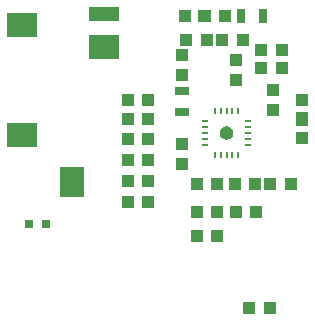
<source format=gbr>
G04 EAGLE Gerber RS-274X export*
G75*
%MOMM*%
%FSLAX34Y34*%
%LPD*%
%INSolderpaste Top*%
%IPPOS*%
%AMOC8*
5,1,8,0,0,1.08239X$1,22.5*%
G01*
%ADD10R,0.500000X0.250000*%
%ADD11R,0.250000X0.500000*%
%ADD12R,1.100000X1.000000*%
%ADD13R,1.000000X1.100000*%
%ADD14R,0.800000X1.200000*%
%ADD15R,1.200000X0.800000*%
%ADD16R,2.500000X2.000000*%
%ADD17R,2.000000X2.500000*%
%ADD18R,2.500000X1.200000*%
%ADD19R,0.800000X0.800000*%

G36*
X245041Y155707D02*
X245041Y155707D01*
X245090Y155722D01*
X245180Y155739D01*
X246254Y156114D01*
X246298Y156139D01*
X246382Y156176D01*
X247345Y156781D01*
X247382Y156815D01*
X247456Y156870D01*
X248260Y157674D01*
X248289Y157716D01*
X248349Y157785D01*
X248954Y158748D01*
X248973Y158795D01*
X249016Y158876D01*
X249391Y159950D01*
X249399Y160000D01*
X249423Y160089D01*
X249550Y161219D01*
X249547Y161269D01*
X249550Y161361D01*
X249423Y162491D01*
X249408Y162540D01*
X249391Y162630D01*
X249016Y163704D01*
X248991Y163748D01*
X248954Y163832D01*
X248349Y164795D01*
X248315Y164832D01*
X248260Y164906D01*
X247456Y165710D01*
X247414Y165739D01*
X247345Y165799D01*
X246382Y166404D01*
X246335Y166423D01*
X246254Y166466D01*
X245180Y166841D01*
X245130Y166849D01*
X245041Y166873D01*
X243911Y167000D01*
X243861Y166997D01*
X243769Y167000D01*
X242639Y166873D01*
X242590Y166858D01*
X242500Y166841D01*
X241426Y166466D01*
X241382Y166441D01*
X241298Y166404D01*
X240335Y165799D01*
X240298Y165765D01*
X240224Y165710D01*
X239420Y164906D01*
X239391Y164864D01*
X239331Y164795D01*
X238726Y163832D01*
X238707Y163785D01*
X238664Y163704D01*
X238289Y162630D01*
X238281Y162580D01*
X238257Y162491D01*
X238130Y161361D01*
X238133Y161311D01*
X238130Y161219D01*
X238257Y160089D01*
X238272Y160040D01*
X238289Y159950D01*
X238664Y158876D01*
X238689Y158832D01*
X238726Y158748D01*
X239331Y157785D01*
X239365Y157748D01*
X239420Y157674D01*
X240224Y156870D01*
X240266Y156841D01*
X240335Y156781D01*
X241298Y156176D01*
X241345Y156157D01*
X241426Y156114D01*
X242500Y155739D01*
X242550Y155731D01*
X242639Y155707D01*
X243769Y155580D01*
X243819Y155583D01*
X243911Y155580D01*
X245041Y155707D01*
G37*
D10*
X225340Y171290D03*
X225340Y166290D03*
X225340Y161290D03*
X225340Y156290D03*
X225340Y151290D03*
D11*
X233840Y142790D03*
X238840Y142790D03*
X243840Y142790D03*
X248840Y142790D03*
X253840Y142790D03*
D10*
X262340Y151290D03*
X262340Y156290D03*
X262340Y161290D03*
X262340Y166290D03*
X262340Y171290D03*
D11*
X253840Y179790D03*
X248840Y179790D03*
X243840Y179790D03*
X238840Y179790D03*
X233840Y179790D03*
D12*
X160410Y172720D03*
X177410Y172720D03*
X160410Y156210D03*
X177410Y156210D03*
X235830Y93980D03*
X218830Y93980D03*
D13*
X205740Y209940D03*
X205740Y226940D03*
X252095Y206130D03*
X252095Y223130D03*
D12*
X298060Y118110D03*
X281060Y118110D03*
X268215Y118110D03*
X251215Y118110D03*
D13*
X205740Y152010D03*
X205740Y135010D03*
D12*
X273440Y215900D03*
X290440Y215900D03*
D13*
X283210Y197730D03*
X283210Y180730D03*
D14*
X256430Y260350D03*
X274430Y260350D03*
D15*
X205740Y178960D03*
X205740Y196960D03*
D12*
X268850Y93980D03*
X251850Y93980D03*
X235830Y118110D03*
X218830Y118110D03*
X160410Y138430D03*
X177410Y138430D03*
X160410Y189230D03*
X177410Y189230D03*
X240420Y240030D03*
X257420Y240030D03*
X209940Y240030D03*
X226940Y240030D03*
X290440Y231140D03*
X273440Y231140D03*
X235830Y73660D03*
X218830Y73660D03*
X177410Y120650D03*
X160410Y120650D03*
D16*
X70910Y252860D03*
X70910Y159860D03*
X139910Y233860D03*
D17*
X112910Y119360D03*
D18*
X139910Y261860D03*
D12*
X263280Y12700D03*
X280280Y12700D03*
X160410Y102870D03*
X177410Y102870D03*
D19*
X76320Y83820D03*
X91320Y83820D03*
D12*
X208670Y260350D03*
X225670Y260350D03*
X225180Y260350D03*
X242180Y260350D03*
D13*
X307340Y156600D03*
X307340Y173600D03*
X307340Y171840D03*
X307340Y188840D03*
M02*

</source>
